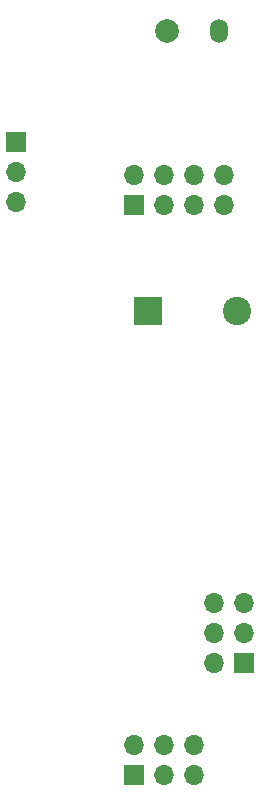
<source format=gbr>
%TF.GenerationSoftware,KiCad,Pcbnew,8.0.8*%
%TF.CreationDate,2025-01-26T19:36:25-06:00*%
%TF.ProjectId,ptSolar-Breakout,7074536f-6c61-4722-9d42-7265616b6f75,rev?*%
%TF.SameCoordinates,Original*%
%TF.FileFunction,Soldermask,Bot*%
%TF.FilePolarity,Negative*%
%FSLAX46Y46*%
G04 Gerber Fmt 4.6, Leading zero omitted, Abs format (unit mm)*
G04 Created by KiCad (PCBNEW 8.0.8) date 2025-01-26 19:36:25*
%MOMM*%
%LPD*%
G01*
G04 APERTURE LIST*
%ADD10O,1.700000X1.700000*%
%ADD11R,1.700000X1.700000*%
%ADD12O,1.500000X2.000000*%
%ADD13C,2.000000*%
%ADD14R,2.400000X2.400000*%
%ADD15C,2.400000*%
G04 APERTURE END LIST*
D10*
%TO.C,J5*%
X145750000Y-90500000D03*
X145750000Y-87960000D03*
D11*
X145750000Y-85420000D03*
%TD*%
%TO.C,J4*%
X155700000Y-90740000D03*
D10*
X155700000Y-88200000D03*
X158240000Y-90740000D03*
X158240000Y-88200000D03*
X160780000Y-90740000D03*
X160780000Y-88200000D03*
X163320000Y-90740000D03*
X163320000Y-88200000D03*
%TD*%
D12*
%TO.C,J6*%
X162900000Y-76000000D03*
D13*
X158500000Y-76000000D03*
%TD*%
D11*
%TO.C,J3*%
X155700000Y-139000000D03*
D10*
X155700000Y-136460000D03*
X158240000Y-139000000D03*
X158240000Y-136460000D03*
X160780000Y-139000000D03*
X160780000Y-136460000D03*
%TD*%
D11*
%TO.C,J1*%
X165000000Y-129500000D03*
D10*
X162460000Y-129500000D03*
X165000000Y-126960000D03*
X162460000Y-126960000D03*
X165000000Y-124420000D03*
X162460000Y-124420000D03*
%TD*%
D14*
%TO.C,C1*%
X156926041Y-99750000D03*
D15*
X164426041Y-99750000D03*
%TD*%
M02*

</source>
